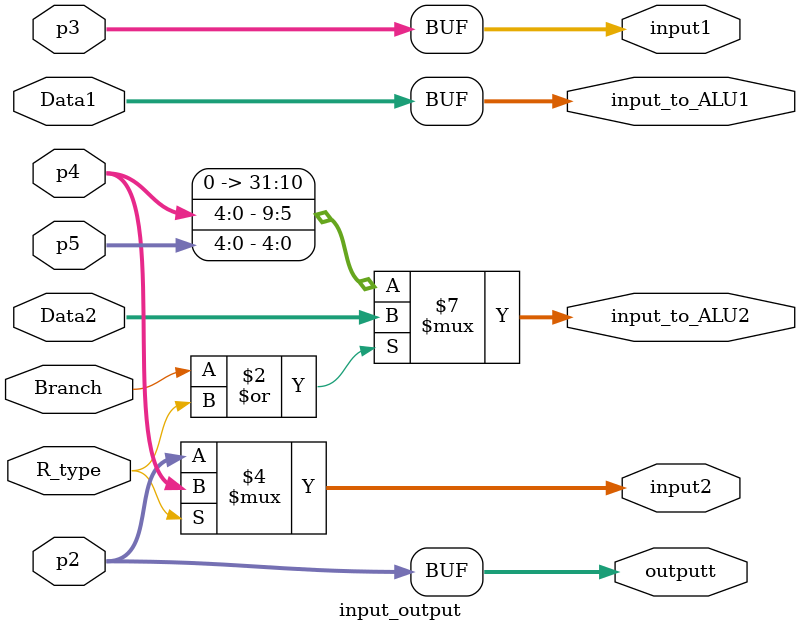
<source format=v>
module input_output( input [4:0] p5, 
    input [4:0] p4, 
    input [4:0] p3, 
    input [4:0] p2,
    input Branch,
    input R_type, 
    input [31:0] Data1,
    input [31:0] Data2,
    output reg [4:0] outputt,
    output reg [4:0] input1,
    output reg [4:0] input2,
    output reg [31:0] input_to_ALU1,
    output reg [31:0] input_to_ALU2
);
always @(*)
begin
    if(Branch | R_type)
        input_to_ALU2 = Data2;
    else 
        input_to_ALU2 = {22'b000000000000000000000, p4, p5};

    input_to_ALU1 = Data1;

    if(R_type)
        input2 = p4;
    else
        input2 =p2;
    
    input1 = p3;
    outputt = p2;
end 

endmodule
</source>
